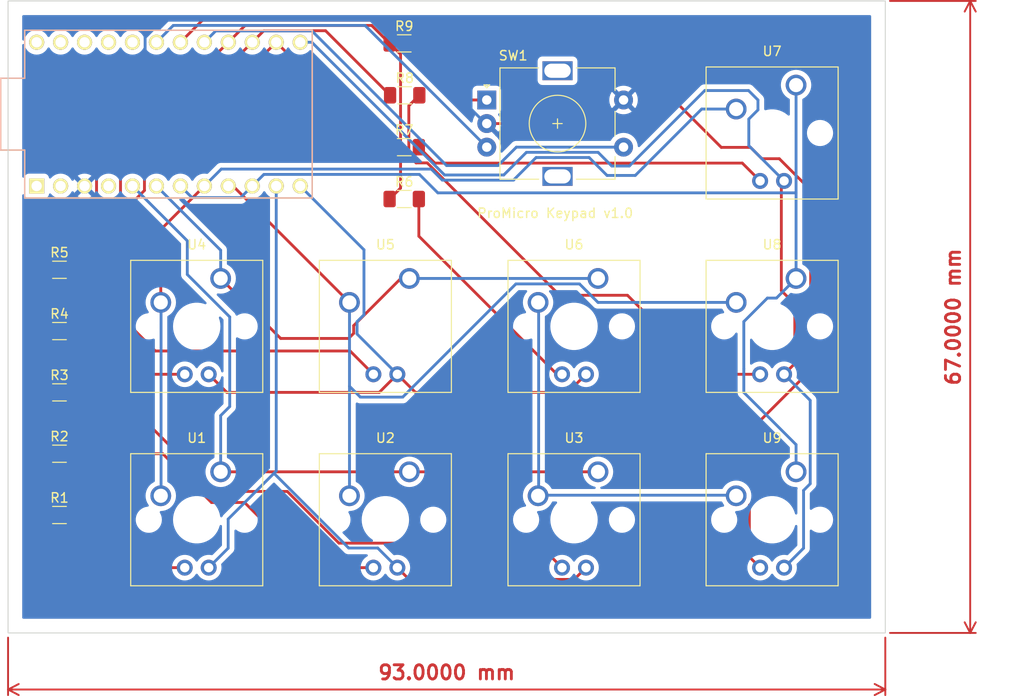
<source format=kicad_pcb>
(kicad_pcb (version 20210424) (generator pcbnew)
  (layers (0 "F.Cu" signal) (31 "B.Cu" signal) (34 "B.Paste" user) (35 "F.Paste" user) (36 "B.SilkS" user "B.Silkscreen") (37 "F.SilkS" user "F.Silkscreen") (38 "B.Mask" user) (39 "F.Mask" user) (44 "Edge.Cuts" user))
  (net 0 "")
  (net 1 "/LedC1")
  (net 2 "Net-(R1-Pad2)")
  (net 3 "/LedC2")
  (net 4 "Net-(R2-Pad2)")
  (net 5 "/LedC3")
  (net 6 "Net-(R3-Pad2)")
  (net 7 "Net-(R4-Pad2)")
  (net 8 "Net-(R5-Pad2)")
  (net 9 "Net-(R6-Pad2)")
  (net 10 "Net-(R7-Pad2)")
  (net 11 "Net-(R8-Pad2)")
  (net 12 "Net-(R9-Pad2)")
  (net 13 "/EncSw")
  (net 14 "GND")
  (net 15 "/EncB")
  (net 16 "/EncA")
  (net 17 "/SwC1")
  (net 18 "/SwR1")
  (net 19 "/LedR1")
  (net 20 "/SwC2")
  (net 21 "/SwC3")
  (net 22 "/SwR2")
  (net 23 "/LedR2")
  (net 24 "/SwR3")
  (net 25 "/LedR3")
  (footprint "Cherry MX Full:CherryMX_1.00u_PCB_LED" (layer "F.Cu") (at 141.5 71.5)
    (fp_text reference "U4" (at 0 -8.6625) (layer "F.SilkS"))
    (fp_text value "CherryMX_LED")
    (fp_line (start -7 -7) (end -7 7) (layer "F.SilkS") (width 0.12))
    (fp_line (start 7 -7) (end 7 7) (layer "F.SilkS") (width 0.12))
    (fp_line (start -7 -7) (end 7 -7) (layer "F.SilkS") (width 0.12))
    (fp_line (start 7 7) (end -7 7) (layer "F.SilkS") (width 0.12))
    (pad "" np_thru_hole circle locked (at -5.08 0) (size 1.75 1.75) (drill 1.75) (layers *.Cu *.Mask))
    (pad "" np_thru_hole circle locked (at 5.08 0) (size 1.75 1.75) (drill 1.75) (layers *.Cu *.Mask))
    (pad "" np_thru_hole circle locked (at 0 0) (size 4 4) (drill 4) (layers *.Cu *.Mask))
    (pad "1" thru_hole circle locked (at -3.81 -2.54) (size 2.2 2.2) (drill 1.5) (layers *.Cu *.Mask) (net 17 "/SwC1"))
    (pad "2" thru_hole circle locked (at 2.54 -5.08) (size 2.2 2.2) (drill 1.5) (layers *.Cu *.Mask) (net 22 "/SwR2"))
    (pad "3" thru_hole circle locked (at -1.27 5.08) (size 1.6906 1.6906) (drill 0.9906) (layers *.Cu *.Mask) (net 7 "Net-(R4-Pad2)"))
    (pad "4" thru_hole circle locked (at 1.27 5.08) (size 1.6906 1.6906) (drill 0.9906) (layers *.Cu *.Mask) (net 23 "/LedR2"))
  )
  (footprint "Cherry MX Full:CherryMX_1.00u_PCB_LED" (layer "F.Cu") (at 161.5 92)
    (fp_text reference "U2" (at 0 -8.6625) (layer "F.SilkS"))
    (fp_text value "CherryMX_LED")
    (fp_line (start -7 -7) (end -7 7) (layer "F.SilkS") (width 0.12))
    (fp_line (start 7 7) (end -7 7) (layer "F.SilkS") (width 0.12))
    (fp_line (start -7 -7) (end 7 -7) (layer "F.SilkS") (width 0.12))
    (fp_line (start 7 -7) (end 7 7) (layer "F.SilkS") (width 0.12))
    (pad "" np_thru_hole circle locked (at 0 0) (size 4 4) (drill 4) (layers *.Cu *.Mask))
    (pad "" np_thru_hole circle locked (at 5.08 0) (size 1.75 1.75) (drill 1.75) (layers *.Cu *.Mask))
    (pad "" np_thru_hole circle locked (at -5.08 0) (size 1.75 1.75) (drill 1.75) (layers *.Cu *.Mask))
    (pad "1" thru_hole circle locked (at -3.81 -2.54) (size 2.2 2.2) (drill 1.5) (layers *.Cu *.Mask) (net 20 "/SwC2"))
    (pad "2" thru_hole circle locked (at 2.54 -5.08) (size 2.2 2.2) (drill 1.5) (layers *.Cu *.Mask) (net 18 "/SwR1"))
    (pad "3" thru_hole circle locked (at -1.27 5.08) (size 1.6906 1.6906) (drill 0.9906) (layers *.Cu *.Mask) (net 4 "Net-(R2-Pad2)"))
    (pad "4" thru_hole circle locked (at 1.27 5.08) (size 1.6906 1.6906) (drill 0.9906) (layers *.Cu *.Mask) (net 19 "/LedR1"))
  )
  (footprint "Resistor_SMD:R_1206_3216Metric_Pad1.30x1.75mm_HandSolder" (layer "F.Cu") (at 163.55 47)
    (fp_text reference "R8" (at 0 -1.82) (layer "F.SilkS"))
    (fp_text value "150R")
    (fp_line (start -0.727064 -0.91) (end 0.727064 -0.91) (layer "F.SilkS") (width 0.12))
    (fp_line (start -0.727064 0.91) (end 0.727064 0.91) (layer "F.SilkS") (width 0.12))
    (pad "1" smd roundrect locked (at -1.55 0) (size 1.3 1.75) (layers "F.Cu" "F.Paste" "F.Mask") (roundrect_rratio 0.1923076923) (net 3 "/LedC2"))
    (pad "2" smd roundrect locked (at 1.55 0) (size 1.3 1.75) (layers "F.Cu" "F.Paste" "F.Mask") (roundrect_rratio 0.1923076923) (net 11 "Net-(R8-Pad2)"))
  )
  (footprint "Cherry MX Full:CherryMX_1.00u_PCB_LED" (layer "F.Cu") (at 181.5 92)
    (fp_text reference "U3" (at 0 -8.6625) (layer "F.SilkS"))
    (fp_text value "CherryMX_LED")
    (fp_line (start 7 7) (end -7 7) (layer "F.SilkS") (width 0.12))
    (fp_line (start -7 -7) (end 7 -7) (layer "F.SilkS") (width 0.12))
    (fp_line (start -7 -7) (end -7 7) (layer "F.SilkS") (width 0.12))
    (fp_line (start 7 -7) (end 7 7) (layer "F.SilkS") (width 0.12))
    (pad "" np_thru_hole circle locked (at 5.08 0) (size 1.75 1.75) (drill 1.75) (layers *.Cu *.Mask))
    (pad "" np_thru_hole circle locked (at -5.08 0) (size 1.75 1.75) (drill 1.75) (layers *.Cu *.Mask))
    (pad "" np_thru_hole circle locked (at 0 0) (size 4 4) (drill 4) (layers *.Cu *.Mask))
    (pad "1" thru_hole circle locked (at -3.81 -2.54) (size 2.2 2.2) (drill 1.5) (layers *.Cu *.Mask) (net 21 "/SwC3"))
    (pad "2" thru_hole circle locked (at 2.54 -5.08) (size 2.2 2.2) (drill 1.5) (layers *.Cu *.Mask) (net 18 "/SwR1"))
    (pad "3" thru_hole circle locked (at -1.27 5.08) (size 1.6906 1.6906) (drill 0.9906) (layers *.Cu *.Mask) (net 6 "Net-(R3-Pad2)"))
    (pad "4" thru_hole circle locked (at 1.27 5.08) (size 1.6906 1.6906) (drill 0.9906) (layers *.Cu *.Mask) (net 19 "/LedR1"))
  )
  (footprint "promicro:ProMicro" (layer "F.Cu") (at 138.5 49)
    (fp_text reference "U10" hide)
    (fp_text value "ProMicro")
    (fp_line (start 15.24 -8.89) (end 15.24 8.89) (layer "B.SilkS") (width 0.15))
    (fp_line (start -17.78 -3.81) (end -15.24 -3.81) (layer "B.SilkS") (width 0.15))
    (fp_line (start -15.24 3.81) (end -17.78 3.81) (layer "B.SilkS") (width 0.15))
    (fp_line (start -17.78 3.81) (end -17.78 -3.81) (layer "B.SilkS") (width 0.15))
    (fp_line (start 15.24 8.89) (end -15.24 8.89) (layer "B.SilkS") (width 0.15))
    (fp_line (start -15.24 8.89) (end -15.24 3.81) (layer "B.SilkS") (width 0.15))
    (fp_line (start -15.24 -8.89) (end 15.24 -8.89) (layer "B.SilkS") (width 0.15))
    (fp_line (start -15.24 -3.81) (end -15.24 -8.89) (layer "B.SilkS") (width 0.15))
    (fp_line (start 15.24 -8.89) (end 15.24 8.89) (layer "F.SilkS") (width 0.15))
    (fp_line (start -15.24 8.89) (end -15.24 3.81) (layer "F.SilkS") (width 0.15))
    (fp_line (start -15.24 -8.89) (end 15.24 -8.89) (layer "F.SilkS") (width 0.15))
    (fp_line (start -17.78 3.81) (end -17.78 -3.81) (layer "F.SilkS") (width 0.15))
    (fp_line (start -17.78 -3.81) (end -15.24 -3.81) (layer "F.SilkS") (width 0.15))
    (fp_line (start -15.24 8.89) (end 15.24 8.89) (layer "F.SilkS") (width 0.15))
    (fp_line (start -15.24 -3.81) (end -15.24 -8.89) (layer "F.SilkS") (width 0.15))
    (fp_line (start -15.24 3.81) (end -17.78 3.81) (layer "F.SilkS") (width 0.15))
    (pad "1" thru_hole rect locked (at -13.97 7.62) (size 1.6 1.6) (drill 1.1) (layers *.Cu *.Mask "F.SilkS"))
    (pad "2" thru_hole circle locked (at -11.43 7.62) (size 1.6 1.6) (drill 1.1) (layers *.Cu *.Mask "F.SilkS"))
    (pad "3" thru_hole circle locked (at -8.89 7.62) (size 1.6 1.6) (drill 1.1) (layers *.Cu *.Mask "F.SilkS") (net 14 "GND"))
    (pad "4" thru_hole circle locked (at -6.35 7.62) (size 1.6 1.6) (drill 1.1) (layers *.Cu *.Mask "F.SilkS"))
    (pad "5" thru_hole circle locked (at -3.81 7.62) (size 1.6 1.6) (drill 1.1) (layers *.Cu *.Mask "F.SilkS") (net 18 "/SwR1"))
    (pad "6" thru_hole circle locked (at -1.27 7.62) (size 1.6 1.6) (drill 1.1) (layers *.Cu *.Mask "F.SilkS") (net 22 "/SwR2"))
    (pad "7" thru_hole circle locked (at 1.27 7.62) (size 1.6 1.6) (drill 1.1) (layers *.Cu *.Mask "F.SilkS") (net 24 "/SwR3"))
    (pad "8" thru_hole circle locked (at 3.81 7.62) (size 1.6 1.6) (drill 1.1) (layers *.Cu *.Mask "F.SilkS") (net 17 "/SwC1"))
    (pad "9" thru_hole circle locked (at 6.35 7.62) (size 1.6 1.6) (drill 1.1) (layers *.Cu *.Mask "F.SilkS") (net 20 "/SwC2"))
    (pad "10" thru_hole circle locked (at 8.89 7.62) (size 1.6 1.6) (drill 1.1) (layers *.Cu *.Mask "F.SilkS") (net 24 "/SwR3"))
    (pad "11" thru_hole circle locked (at 11.43 7.62) (size 1.6 1.6) (drill 1.1) (layers *.Cu *.Mask "F.SilkS") (net 19 "/LedR1"))
    (pad "12" thru_hole circle locked (at 13.97 7.62) (size 1.6 1.6) (drill 1.1) (layers *.Cu *.Mask "F.SilkS") (net 23 "/LedR2"))
    (pad "13" thru_hole circle locked (at 13.97 -7.62) (size 1.6 1.6) (drill 1.1) (layers *.Cu *.Mask "F.SilkS") (net 25 "/LedR3"))
    (pad "14" thru_hole circle locked (at 11.43 -7.62) (size 1.6 1.6) (drill 1.1) (layers *.Cu *.Mask "F.SilkS") (net 1 "/LedC1"))
    (pad "15" thru_hole circle locked (at 8.89 -7.62) (size 1.6 1.6) (drill 1.1) (layers *.Cu *.Mask "F.SilkS") (net 3 "/LedC2"))
    (pad "16" thru_hole circle locked (at 6.35 -7.62) (size 1.6 1.6) (drill 1.1) (layers *.Cu *.Mask "F.SilkS") (net 5 "/LedC3"))
    (pad "17" thru_hole circle locked (at 3.81 -7.62) (size 1.6 1.6) (drill 1.1) (layers *.Cu *.Mask "F.SilkS") (net 13 "/EncSw"))
    (pad "18" thru_hole circle locked (at 1.27 -7.62) (size 1.6 1.6) (drill 1.1) (layers *.Cu *.Mask "F.SilkS") (net 16 "/EncA"))
    (pad "19" thru_hole circle locked (at -1.27 -7.62) (size 1.6 1.6) (drill 1.1) (layers *.Cu *.Mask "F.SilkS") (net 15 "/EncB"))
    (pad "20" thru_hole circle locked (at -3.81 -7.62) (size 1.6 1.6) (drill 1.1) (layers *.Cu *.Mask "F.SilkS"))
    (pad "21" thru_hole circle locked (at -6.35 -7.62) (size 1.6 1.6) (drill 1.1) (layers *.Cu *.Mask "F.SilkS"))
    (pad "22" thru_hole circle locked (at -8.89 -7.62) (size 1.6 1.6) (drill 1.1) (layers *.Cu *.Mask "F.SilkS"))
    (pad "23" thru_hole circle locked (at -11.43 -7.62) (size 1.6 1.6) (drill 1.1) (layers *.Cu *.Mask "F.SilkS"))
    (pad "24" thru_hole circle locked (at -13.97 -7.62) (size 1.6 1.6) (drill 1.1) (layers *.Cu *.Mask "F.SilkS"))
  )
  (footprint "Resistor_SMD:R_1206_3216Metric_Pad1.30x1.75mm_HandSolder" (layer "F.Cu") (at 126.95 91.5)
    (fp_text reference "R1" (at 0 -1.82) (layer "F.SilkS"))
    (fp_text value "150R")
    (fp_line (start -0.727064 0.91) (end 0.727064 0.91) (layer "F.SilkS") (width 0.12))
    (fp_line (start -0.727064 -0.91) (end 0.727064 -0.91) (layer "F.SilkS") (width 0.12))
    (pad "1" smd roundrect locked (at -1.55 0) (size 1.3 1.75) (layers "F.Cu" "F.Paste" "F.Mask") (roundrect_rratio 0.1923076923) (net 1 "/LedC1"))
    (pad "2" smd roundrect locked (at 1.55 0) (size 1.3 1.75) (layers "F.Cu" "F.Paste" "F.Mask") (roundrect_rratio 0.1923076923) (net 2 "Net-(R1-Pad2)"))
  )
  (footprint "Resistor_SMD:R_1206_3216Metric_Pad1.30x1.75mm_HandSolder" (layer "F.Cu") (at 126.95 65.5)
    (fp_text reference "R5" (at 0 -1.82) (layer "F.SilkS"))
    (fp_text value "150R")
    (fp_line (start -0.727064 -0.91) (end 0.727064 -0.91) (layer "F.SilkS") (width 0.12))
    (fp_line (start -0.727064 0.91) (end 0.727064 0.91) (layer "F.SilkS") (width 0.12))
    (pad "1" smd roundrect locked (at -1.55 0) (size 1.3 1.75) (layers "F.Cu" "F.Paste" "F.Mask") (roundrect_rratio 0.1923076923) (net 3 "/LedC2"))
    (pad "2" smd roundrect locked (at 1.55 0) (size 1.3 1.75) (layers "F.Cu" "F.Paste" "F.Mask") (roundrect_rratio 0.1923076923) (net 8 "Net-(R5-Pad2)"))
  )
  (footprint "Resistor_SMD:R_1206_3216Metric_Pad1.30x1.75mm_HandSolder" (layer "F.Cu") (at 163.5 41.5)
    (fp_text reference "R9" (at 0 -1.82) (layer "F.SilkS"))
    (fp_text value "150R")
    (fp_line (start -0.727064 -0.91) (end 0.727064 -0.91) (layer "F.SilkS") (width 0.12))
    (fp_line (start -0.727064 0.91) (end 0.727064 0.91) (layer "F.SilkS") (width 0.12))
    (pad "1" smd roundrect locked (at -1.55 0) (size 1.3 1.75) (layers "F.Cu" "F.Paste" "F.Mask") (roundrect_rratio 0.1923076923) (net 5 "/LedC3"))
    (pad "2" smd roundrect locked (at 1.55 0) (size 1.3 1.75) (layers "F.Cu" "F.Paste" "F.Mask") (roundrect_rratio 0.1923076923) (net 12 "Net-(R9-Pad2)"))
  )
  (footprint "Cherry MX Full:CherryMX_1.00u_PCB_LED" (layer "F.Cu") (at 141.5 92)
    (fp_text reference "U1" (at 0 -8.6625) (layer "F.SilkS"))
    (fp_text value "CherryMX_LED")
    (fp_line (start 7 7) (end -7 7) (layer "F.SilkS") (width 0.12))
    (fp_line (start 7 -7) (end 7 7) (layer "F.SilkS") (width 0.12))
    (fp_line (start -7 -7) (end -7 7) (layer "F.SilkS") (width 0.12))
    (fp_line (start -7 -7) (end 7 -7) (layer "F.SilkS") (width 0.12))
    (pad "" np_thru_hole circle locked (at 0 0) (size 4 4) (drill 4) (layers *.Cu *.Mask))
    (pad "" np_thru_hole circle locked (at 5.08 0) (size 1.75 1.75) (drill 1.75) (layers *.Cu *.Mask))
    (pad "" np_thru_hole circle locked (at -5.08 0) (size 1.75 1.75) (drill 1.75) (layers *.Cu *.Mask))
    (pad "1" thru_hole circle locked (at -3.81 -2.54) (size 2.2 2.2) (drill 1.5) (layers *.Cu *.Mask) (net 17 "/SwC1"))
    (pad "2" thru_hole circle locked (at 2.54 -5.08) (size 2.2 2.2) (drill 1.5) (layers *.Cu *.Mask) (net 18 "/SwR1"))
    (pad "3" thru_hole circle locked (at -1.27 5.08) (size 1.6906 1.6906) (drill 0.9906) (layers *.Cu *.Mask) (net 2 "Net-(R1-Pad2)"))
    (pad "4" thru_hole circle locked (at 1.27 5.08) (size 1.6906 1.6906) (drill 0.9906) (layers *.Cu *.Mask) (net 19 "/LedR1"))
  )
  (footprint "Resistor_SMD:R_1206_3216Metric_Pad1.30x1.75mm_HandSolder" (layer "F.Cu") (at 163.5 52.5)
    (fp_text reference "R7" (at 0 -1.82) (layer "F.SilkS"))
    (fp_text value "150R")
    (fp_line (start -0.727064 -0.91) (end 0.727064 -0.91) (layer "F.SilkS") (width 0.12))
    (fp_line (start -0.727064 0.91) (end 0.727064 0.91) (layer "F.SilkS") (width 0.12))
    (pad "1" smd roundrect locked (at -1.55 0) (size 1.3 1.75) (layers "F.Cu" "F.Paste" "F.Mask") (roundrect_rratio 0.1923076923) (net 1 "/LedC1"))
    (pad "2" smd roundrect locked (at 1.55 0) (size 1.3 1.75) (layers "F.Cu" "F.Paste" "F.Mask") (roundrect_rratio 0.1923076923) (net 10 "Net-(R7-Pad2)"))
  )
  (footprint "Cherry MX Full:CherryMX_1.00u_PCB_LED" (layer "F.Cu") (at 161.5 71.5)
    (fp_text reference "U5" (at 0 -8.6625) (layer "F.SilkS"))
    (fp_text value "CherryMX_LED")
    (fp_line (start 7 -7) (end 7 7) (layer "F.SilkS") (width 0.12))
    (fp_line (start -7 -7) (end -7 7) (layer "F.SilkS") (width 0.12))
    (fp_line (start -7 -7) (end 7 -7) (layer "F.SilkS") (width 0.12))
    (fp_line (start 7 7) (end -7 7) (layer "F.SilkS") (width 0.12))
    (pad "" np_thru_hole circle locked (at 5.08 0) (size 1.75 1.75) (drill 1.75) (layers *.Cu *.Mask))
    (pad "" np_thru_hole circle locked (at 0 0) (size 4 4) (drill 4) (layers *.Cu *.Mask))
    (pad "" np_thru_hole circle locked (at -5.08 0) (size 1.75 1.75) (drill 1.75) (layers *.Cu *.Mask))
    (pad "1" thru_hole circle locked (at -3.81 -2.54) (size 2.2 2.2) (drill 1.5) (layers *.Cu *.Mask) (net 20 "/SwC2"))
    (pad "2" thru_hole circle locked (at 2.54 -5.08) (size 2.2 2.2) (drill 1.5) (layers *.Cu *.Mask) (net 22 "/SwR2"))
    (pad "3" thru_hole circle locked (at -1.27 5.08) (size 1.6906 1.6906) (drill 0.9906) (layers *.Cu *.Mask) (net 8 "Net-(R5-Pad2)"))
    (pad "4" thru_hole circle locked (at 1.27 5.08) (size 1.6906 1.6906) (drill 0.9906) (layers *.Cu *.Mask) (net 23 "/LedR2"))
  )
  (footprint "Cherry MX Full:CherryMX_1.00u_PCB_LED" (layer "F.Cu") (at 202.5 71.5)
    (fp_text reference "U8" (at 0 -8.6625) (layer "F.SilkS"))
    (fp_text value "CherryMX_LED")
    (fp_line (start -7 -7) (end 7 -7) (layer "F.SilkS") (width 0.12))
    (fp_line (start -7 -7) (end -7 7) (layer "F.SilkS") (width 0.12))
    (fp_line (start 7 7) (end -7 7) (layer "F.SilkS") (width 0.12))
    (fp_line (start 7 -7) (end 7 7) (layer "F.SilkS") (width 0.12))
    (pad "" np_thru_hole circle locked (at -5.08 0) (size 1.75 1.75) (drill 1.75) (layers *.Cu *.Mask))
    (pad "" np_thru_hole circle locked (at 0 0) (size 4 4) (drill 4) (layers *.Cu *.Mask))
    (pad "" np_thru_hole circle locked (at 5.08 0) (size 1.75 1.75) (drill 1.75) (layers *.Cu *.Mask))
    (pad "1" thru_hole circle locked (at -3.81 -2.54) (size 2.2 2.2) (drill 1.5) (layers *.Cu *.Mask) (net 20 "/SwC2"))
    (pad "2" thru_hole circle locked (at 2.54 -5.08) (size 2.2 2.2) (drill 1.5) (layers *.Cu *.Mask) (net 24 "/SwR3"))
    (pad "3" thru_hole circle locked (at -1.27 5.08) (size 1.6906 1.6906) (drill 0.9906) (layers *.Cu *.Mask) (net 11 "Net-(R8-Pad2)"))
    (pad "4" thru_hole circle locked (at 1.27 5.08) (size 1.6906 1.6906) (drill 0.9906) (layers *.Cu *.Mask) (net 25 "/LedR3"))
  )
  (footprint "Cherry MX Full:CherryMX_1.00u_PCB_LED" (layer "F.Cu") (at 202.5 92)
    (fp_text reference "U9" (at 0 -8.6625) (layer "F.SilkS"))
    (fp_text value "CherryMX_LED")
    (fp_line (start -7 -7) (end -7 7) (layer "F.SilkS") (width 0.12))
    (fp_line (start 7 7) (end -7 7) (layer "F.SilkS") (width 0.12))
    (fp_line (start 7 -7) (end 7 7) (layer "F.SilkS") (width 0.12))
    (fp_line (start -7 -7) (end 7 -7) (layer "F.SilkS") (width 0.12))
    (pad "" np_thru_hole circle locked (at 0 0) (size 4 4) (drill 4) (layers *.Cu *.Mask))
    (pad "" np_thru_hole circle locked (at 5.08 0) (size 1.75 1.75) (drill 1.75) (layers *.Cu *.Mask))
    (pad "" np_thru_hole circle locked (at -5.08 0) (size 1.75 1.75) (drill 1.75) (layers *.Cu *.Mask))
    (pad "1" thru_hole circle locked (at -3.81 -2.54) (size 2.2 2.2) (drill 1.5) (layers *.Cu *.Mask) (net 21 "/SwC3"))
    (pad "2" thru_hole circle locked (at 2.54 -5.08) (size 2.2 2.2) (drill 1.5) (layers *.Cu *.Mask) (net 24 "/SwR3"))
    (pad "3" thru_hole circle locked (at -1.27 5.08) (size 1.6906 1.6906) (drill 0.9906) (layers *.Cu *.Mask) (net 12 "Net-(R9-Pad2)"))
    (pad "4" thru_hole circle locked (at 1.27 5.08) (size 1.6906 1.6906) (drill 0.9906) (layers *.Cu *.Mask) (net 25 "/LedR3"))
  )
  (footprint "Cherry MX Full:CherryMX_1.00u_PCB_LED" (layer "F.Cu") (at 202.5 51)
    (fp_text reference "U7" (at 0 -8.6625) (layer "F.SilkS"))
    (fp_text value "CherryMX_LED")
    (fp_line (start 7 7) (end -7 7) (layer "F.SilkS") (width 0.12))
    (fp_line (start -7 -7) (end -7 7) (layer "F.SilkS") (width 0.12))
    (fp_line (start 7 -7) (end 7 7) (layer "F.SilkS") (width 0.12))
    (fp_line (start -7 -7) (end 7 -7) (layer "F.SilkS") (width 0.12))
    (pad "" np_thru_hole circle locked (at 0 0) (size 4 4) (drill 4) (layers *.Cu *.Mask))
    (pad "" np_thru_hole circle locked (at -5.08 0) (size 1.75 1.75) (drill 1.75) (layers *.Cu *.Mask))
    (pad "" np_thru_hole circle locked (at 5.08 0) (size 1.75 1.75) (drill 1.75) (layers *.Cu *.Mask))
    (pad "1" thru_hole circle locked (at -3.81 -2.54) (size 2.2 2.2) (drill 1.5) (layers *.Cu *.Mask) (net 17 "/SwC1"))
    (pad "2" thru_hole circle locked (at 2.54 -5.08) (size 2.2 2.2) (drill 1.5) (layers *.Cu *.Mask) (net 24 "/SwR3"))
    (pad "3" thru_hole circle locked (at -1.27 5.08) (size 1.6906 1.6906) (drill 0.9906) (layers *.Cu *.Mask) (net 10 "Net-(R7-Pad2)"))
    (pad "4" thru_hole circle locked (at 1.27 5.08) (size 1.6906 1.6906) (drill 0.9906) (layers *.Cu *.Mask) (net 25 "/LedR3"))
  )
  (footprint "Rotary_Encoder:RotaryEncoder_Alps_EC11E-Switch_Vertical_H20mm" (layer "F.Cu") (at 172.25 47.5)
    (fp_text reference "SW1" (at 2.8 -4.7) (layer "F.SilkS"))
    (fp_text value "RotaryEncoder_Switch")
    (fp_line (start 1.4 -3.4) (end 1.4 8.4) (layer "F.SilkS") (width 0.12))
    (fp_line (start 13.6 6) (end 13.6 8.4) (layer "F.SilkS") (width 0.12))
    (fp_line (start 5.5 -3.4) (end 1.4 -3.4) (layer "F.SilkS") (width 0.12))
    (fp_line (start 13.6 1.2) (end 13.6 3.8) (layer "F.SilkS") (width 0.12))
    (fp_line (start 5.5 8.4) (end 1.4 8.4) (layer "F.SilkS") (width 0.12))
    (fp_line (start 13.6 8.4) (end 9.5 8.4) (layer "F.SilkS") (width 0.12))
    (fp_line (start 0 -1.3) (end -0.3 -1.6) (layer "F.SilkS") (width 0.12))
    (fp_line (start -0.3 -1.6) (end 0.3 -1.6) (layer "F.SilkS") (width 0.12))
    (fp_line (start 9.5 -3.4) (end 13.6 -3.4) (layer "F.SilkS") (width 0.12))
    (fp_line (start 13.6 -3.4) (end 13.6 -1) (layer "F.SilkS") (width 0.12))
    (fp_line (start 7 2.5) (end 8 2.5) (layer "F.SilkS") (width 0.12))
    (fp_line (start 7.5 2) (end 7.5 3) (layer "F.SilkS") (width 0.12))
    (fp_line (start 0.3 -1.6) (end 0 -1.3) (layer "F.SilkS") (width 0.12))
    (fp_circle (center 7.5 2.5) (end 10.5 2.5) (layer "F.SilkS") (width 0.12) (fill none))
    (pad "A" thru_hole rect locked (at 0 0) (size 2 2) (drill 1) (layers *.Cu *.Mask) (net 16 "/EncA"))
    (pad "B" thru_hole circle locked (at 0 5) (size 2 2) (drill 1) (layers *.Cu *.Mask) (net 15 "/EncB"))
    (pad "C" thru_hole circle locked (at 0 2.5) (size 2 2) (drill 1) (layers *.Cu *.Mask) (net 14 "GND"))
    (pad "MP" thru_hole rect locked (at 7.5 8.1) (size 3.2 2) (drill oval 2.8 1.5) (layers *.Cu *.Mask))
    (pad "MP" thru_hole rect locked (at 7.5 -3.1) (size 3.2 2) (drill oval 2.8 1.5) (layers *.Cu *.Mask))
    (pad "S1" thru_hole circle locked (at 14.5 5) (size 2 2) (drill 1) (layers *.Cu *.Mask) (net 13 "/EncSw"))
    (pad "S2" thru_hole circle locked (at 14.5 0) (size 2 2) (drill 1) (layers *.Cu *.Mask) (net 14 "GND"))
  )
  (footprint "Cherry MX Full:CherryMX_1.00u_PCB_LED" (layer "F.Cu") (at 181.5 71.5)
    (fp_text reference "U6" (at 0 -8.6625) (layer "F.SilkS"))
    (fp_text value "CherryMX_LED")
    (fp_line (start 7 7) (end -7 7) (layer "F.SilkS") (width 0.12))
    (fp_line (start -7 -7) (end -7 7) (layer "F.SilkS") (width 0.12))
    (fp_line (start -7 -7) (end 7 -7) (layer "F.SilkS") (width 0.12))
    (fp_line (start 7 -7) (end 7 7) (layer "F.SilkS") (width 0.12))
    (pad "" np_thru_hole circle locked (at -5.08 0) (size 1.75 1.75) (drill 1.75) (layers *.Cu *.Mask))
    (pad "" np_thru_hole circle locked (at 5.08 0) (size 1.75 1.75) (drill 1.75) (layers *.Cu *.Mask))
    (pad "" np_thru_hole circle locked (at 0 0) (size 4 4) (drill 4) (layers *.Cu *.Mask))
    (pad "1" thru_hole circle locked (at -3.81 -2.54) (size 2.2 2.2) (drill 1.5) (layers *.Cu *.Mask) (net 21 "/SwC3"))
    (pad "2" thru_hole circle locked (at 2.54 -5.08) (size 2.2 2.2) (drill 1.5) (layers *.Cu *.Mask) (net 22 "/SwR2"))
    (pad "3" thru_hole circle locked (at -1.27 5.08) (size 1.6906 1.6906) (drill 0.9906) (layers *.Cu *.Mask) (net 9 "Net-(R6-Pad2)"))
    (pad "4" thru_hole circle locked (at 1.27 5.08) (size 1.6906 1.6906) (drill 0.9906) (layers *.Cu *.Mask) (net 23 "/LedR2"))
  )
  (footprint "Resistor_SMD:R_1206_3216Metric_Pad1.30x1.75mm_HandSolder" (layer "F.Cu") (at 126.95 72)
    (fp_text reference "R4" (at 0 -1.82) (layer "F.SilkS"))
    (fp_text value "150R")
    (fp_line (start -0.727064 -0.91) (end 0.727064 -0.91) (layer "F.SilkS") (width 0.12))
    (fp_line (start -0.727064 0.91) (end 0.727064 0.91) (layer "F.SilkS") (width 0.12))
    (pad "1" smd roundrect locked (at -1.55 0) (size 1.3 1.75) (layers "F.Cu" "F.Paste" "F.Mask") (roundrect_rratio 0.1923076923) (net 1 "/LedC1"))
    (pad "2" smd roundrect locked (at 1.55 0) (size 1.3 1.75) (layers "F.Cu" "F.Paste" "F.Mask") (roundrect_rratio 0.1923076923) (net 7 "Net-(R4-Pad2)"))
  )
  (footprint "Resistor_SMD:R_1206_3216Metric_Pad1.30x1.75mm_HandSolder" (layer "F.Cu") (at 126.95 85)
    (fp_text reference "R2" (at 0 -1.82) (layer "F.SilkS"))
    (fp_text value "150R")
    (fp_line (start -0.727064 -0.91) (end 0.727064 -0.91) (layer "F.SilkS") (width 0.12))
    (fp_line (start -0.727064 0.91) (end 0.727064 0.91) (layer "F.SilkS") (width 0.12))
    (pad "1" smd roundrect locked (at -1.55 0) (size 1.3 1.75) (layers "F.Cu" "F.Paste" "F.Mask") (roundrect_rratio 0.1923076923) (net 3 "/LedC2"))
    (pad "2" smd roundrect locked (at 1.55 0) (size 1.3 1.75) (layers "F.Cu" "F.Paste" "F.Mask") (roundrect_rratio 0.1923076923) (net 4 "Net-(R2-Pad2)"))
  )
  (footprint "Resistor_SMD:R_1206_3216Metric_Pad1.30x1.75mm_HandSolder" (layer "F.Cu") (at 163.5 58)
    (fp_text reference "R6" (at 0 -1.82) (layer "F.SilkS"))
    (fp_text value "150R")
    (fp_line (start -0.727064 0.91) (end 0.727064 0.91) (layer "F.SilkS") (width 0.12))
    (fp_line (start -0.727064 -0.91) (end 0.727064 -0.91) (layer "F.SilkS") (width 0.12))
    (pad "1" smd roundrect locked (at -1.55 0) (size 1.3 1.75) (layers "F.Cu" "F.Paste" "F.Mask") (roundrect_rratio 0.1923076923) (net 5 "/LedC3"))
    (pad "2" smd roundrect locked (at 1.55 0) (size 1.3 1.75) (layers "F.Cu" "F.Paste" "F.Mask") (roundrect_rratio 0.1923076923) (net 9 "Net-(R6-Pad2)"))
  )
  (footprint "Resistor_SMD:R_1206_3216Metric_Pad1.30x1.75mm_HandSolder" (layer "F.Cu") (at 126.95 78.5)
    (fp_text reference "R3" (at 0 -1.82) (layer "F.SilkS"))
    (fp_text value "150R")
    (fp_line (start -0.727064 -0.91) (end 0.727064 -0.91) (layer "F.SilkS") (width 0.12))
    (fp_line (start -0.727064 0.91) (end 0.727064 0.91) (layer "F.SilkS") (width 0.12))
    (pad "1" smd roundrect locked (at -1.55 0) (size 1.3 1.75) (layers "F.Cu" "F.Paste" "F.Mask") (roundrect_rratio 0.1923076923) (net 5 "/LedC3"))
    (pad "2" smd roundrect locked (at 1.55 0) (size 1.3 1.75) (layers "F.Cu" "F.Paste" "F.Mask") (roundrect_rratio 0.1923076923) (net 6 "Net-(R3-Pad2)"))
  )
  (gr_rect (start 121.5 37) (end 214.5 104) (layer "Edge.Cuts") (width 0.1) (fill none))
  (gr_text "ProMicro Keypad v1.0" (at 179.5 59.5) (layer "F.SilkS") (effects (font (size 1 1))))
  (dimension (type aligned) (layer "F.Cu") (pts (xy 214.5 37) (xy 214.5 104)) (height -9) (gr_text "67.0000 mm" (at 221.7 70.5 90) (layer "F.Cu") (effects (font (size 1.5 1.5) (thickness 0.3)))) (format (units 3) (units_format 1) (precision 4)) (style (thickness 0.2) (arrow_length 1.27) (text_position_mode 0) (extension_height 0.58642) (extension_offset 0.5) keep_text_aligned))
  (dimension (type aligned) (layer "F.Cu") (pts (xy 121.5 104) (xy 214.5 104)) (height 6) (gr_text "93.0000 mm" (at 168 108.2) (layer "F.Cu") (effects (font (size 1.5 1.5) (thickness 0.3)))) (format (units 3) (units_format 1) (precision 4)) (style (thickness 0.2) (arrow_length 1.27) (text_position_mode 0) (extension_height 0.58642) (extension_offset 0.5) keep_text_aligned))
  (segment (start 125.4 72) (end 127.0123 73.6123) (width 0.3) (layer "F.Cu") (net 1))
  (segment (start 129.3127 63.7379) (end 135.96 57.0906) (width 0.3) (layer "F.Cu") (net 1))
  (segment (start 127.0123 89.8877) (end 125.4 91.5) (width 0.3) (layer "F.Cu") (net 1))
  (segment (start 125.4 72) (end 127.3673 70.0327) (width 0.3) (layer "F.Cu") (net 1))
  (segment (start 127.0123 73.6123) (end 127.0123 89.8877) (width 0.3) (layer "F.Cu") (net 1))
  (segment (start 127.3673 70.0327) (end 127.3673 64.6828) (width 0.3) (layer "F.Cu") (net 1))
  (segment (start 135.96 55.35) (end 149.93 41.38) (width 0.3) (layer "F.Cu") (net 1))
  (segment (start 127.3673 64.6828) (end 128.3122 63.7379) (width 0.3) (layer "F.Cu") (net 1))
  (segment (start 135.96 57.0906) (end 135.96 55.35) (width 0.3) (layer "F.Cu") (net 1))
  (segment (start 161.05 52.5) (end 149.93 41.38) (width 0.3) (layer "F.Cu") (net 1))
  (segment (start 161.95 52.5) (end 161.05 52.5) (width 0.3) (layer "F.Cu") (net 1))
  (segment (start 128.3122 63.7379) (end 129.3127 63.7379) (width 0.3) (layer "F.Cu") (net 1))
  (segment (start 134.08 97.08) (end 128.5 91.5) (width 0.3) (layer "F.Cu") (net 2))
  (segment (start 140.23 97.08) (end 134.08 97.08) (width 0.3) (layer "F.Cu") (net 2))
  (segment (start 155.1566 40.1566) (end 162 47) (width 0.3) (layer "F.Cu") (net 3))
  (segment (start 148.6134 40.1566) (end 155.1566 40.1566) (width 0.3) (layer "F.Cu") (net 3))
  (segment (start 147.39 41.38) (end 148.6134 40.1566) (width 0.3) (layer "F.Cu") (net 3))
  (segment (start 133.42 55.35) (end 147.39 41.38) (width 0.3) (layer "F.Cu") (net 3))
  (segment (start 124.3006 75.0097) (end 124.3006 66.5994) (width 0.3) (layer "F.Cu") (net 3))
  (segment (start 133.42 57.48) (end 133.42 55.35) (width 0.3) (layer "F.Cu") (net 3))
  (segment (start 125.4 85) (end 126.4567 83.9433) (width 0.3) (layer "F.Cu") (net 3))
  (segment (start 124.3006 66.5994) (end 125.4 65.5) (width 0.3) (layer "F.Cu") (net 3))
  (segment (start 126.4567 77.1658) (end 124.3006 75.0097) (width 0.3) (layer "F.Cu") (net 3))
  (segment (start 126.4567 83.9433) (end 126.4567 77.1658) (width 0.3) (layer "F.Cu") (net 3))
  (segment (start 125.4 65.5) (end 133.42 57.48) (width 0.3) (layer "F.Cu") (net 3))
  (segment (start 143.0647 90.17) (end 146.5717 90.17) (width 0.3) (layer "F.Cu") (net 4))
  (segment (start 146.5717 90.17) (end 153.4817 97.08) (width 0.3) (layer "F.Cu") (net 4))
  (segment (start 137.8947 85) (end 143.0647 90.17) (width 0.3) (layer "F.Cu") (net 4))
  (segment (start 128.5 85) (end 137.8947 85) (width 0.3) (layer "F.Cu") (net 4))
  (segment (start 153.4817 97.08) (end 160.23 97.08) (width 0.3) (layer "F.Cu") (net 4))
  (segment (start 161.95 41.5) (end 163.1106 42.6606) (width 0.3) (layer "F.Cu") (net 5))
  (segment (start 146.6324 39.5976) (end 160.0476 39.5976) (width 0.3) (layer "F.Cu") (net 5))
  (segment (start 163.1106 56.8394) (end 161.95 58) (width 0.3) (layer "F.Cu") (net 5))
  (segment (start 123.7021 65.2125) (end 130.88 58.0346) (width 0.3) (layer "F.Cu") (net 5))
  (segment (start 144.85 41.38) (end 146.6324 39.5976) (width 0.3) (layer "F.Cu") (net 5))
  (segment (start 163.1106 42.6606) (end 163.1106 56.8394) (width 0.3) (layer "F.Cu") (net 5))
  (segment (start 160.0476 39.5976) (end 161.95 41.5) (width 0.3) (layer "F.Cu") (net 5))
  (segment (start 125.4 78.5) (end 123.7021 76.8021) (width 0.3) (layer "F.Cu") (net 5))
  (segment (start 123.7021 76.8021) (end 123.7021 65.2125) (width 0.3) (layer "F.Cu") (net 5))
  (segment (start 130.88 55.35) (end 144.85 41.38) (width 0.3) (layer "F.Cu") (net 5))
  (segment (start 130.88 58.0346) (end 130.88 55.35) (width 0.3) (layer "F.Cu") (net 5))
  (segment (start 156.5825 94.4831) (end 151.0994 89) (width 0.3) (layer "F.Cu") (net 6))
  (segment (start 180.23 97.08) (end 177.6331 94.4831) (width 0.3) (layer "F.Cu") (net 6))
  (segment (start 132.99915 78.5) (end 128.5 78.5) (width 0.3) (layer "F.Cu") (net 6))
  (segment (start 151.0994 89) (end 143.49915 89) (width 0.3) (layer "F.Cu") (net 6))
  (segment (start 177.6331 94.4831) (end 156.5825 94.4831) (width 0.3) (layer "F.Cu") (net 6))
  (segment (start 143.49915 89) (end 132.99915 78.5) (width 0.3) (layer "F.Cu") (net 6))
  (segment (start 133.08 76.58) (end 140.23 76.58) (width 0.3) (layer "F.Cu") (net 7))
  (segment (start 128.5 72) (end 133.08 76.58) (width 0.3) (layer "F.Cu") (net 7))
  (segment (start 160.23 76.58) (end 157.7595 74.1095) (width 0.3) (layer "F.Cu") (net 8))
  (segment (start 157.7595 74.1095) (end 137.1095 74.1095) (width 0.3) (layer "F.Cu") (net 8))
  (segment (start 137.1095 74.1095) (end 128.5 65.5) (width 0.3) (layer "F.Cu") (net 8))
  (segment (start 165.05 58) (end 165.05 61.9381) (width 0.3) (layer "F.Cu") (net 9))
  (segment (start 165.05 61.9381) (end 179.6919 76.58) (width 0.3) (layer "F.Cu") (net 9))
  (segment (start 179.6919 76.58) (end 180.23 76.58) (width 0.3) (layer "F.Cu") (net 9))
  (segment (start 199.3412 54.1912) (end 201.23 56.08) (width 0.3) (layer "F.Cu") (net 10))
  (segment (start 166.7412 54.1912) (end 199.3412 54.1912) (width 0.3) (layer "F.Cu") (net 10))
  (segment (start 165.05 52.5) (end 166.7412 54.1912) (width 0.3) (layer "F.Cu") (net 10))
  (segment (start 163.9869 48.1131) (end 165.1 47) (width 0.3) (layer "F.Cu") (net 11))
  (segment (start 201.23 76.58) (end 195.5433 76.58) (width 0.3) (layer "F.Cu") (net 11))
  (segment (start 163.9869 53.3964) (end 163.9869 48.1131) (width 0.3) (layer "F.Cu") (net 11))
  (segment (start 165.9398 54.1682) (end 164.7587 54.1682) (width 0.3) (layer "F.Cu") (net 11))
  (segment (start 187.1688 68.2055) (end 179.9771 68.2055) (width 0.3) (layer "F.Cu") (net 11))
  (segment (start 195.5433 76.58) (end 187.1688 68.2055) (width 0.3) (layer "F.Cu") (net 11))
  (segment (start 164.7587 54.1682) (end 163.9869 53.3964) (width 0.3) (layer "F.Cu") (net 11))
  (segment (start 179.9771 68.2055) (end 165.9398 54.1682) (width 0.3) (layer "F.Cu") (net 11))
  (segment (start 205.8356 76.8839) (end 205.8356 69.8156) (width 0.3) (layer "F.Cu") (net 12))
  (segment (start 200.0877 90.4634) (end 200.9515 89.5996) (width 0.3) (layer "F.Cu") (net 12))
  (segment (start 200.2149 52.5249) (end 197.1129 52.5249) (width 0.3) (layer "F.Cu") (net 12))
  (segment (start 201.4146 53.7246) (end 200.2149 52.5249) (width 0.3) (layer "F.Cu") (net 12))
  (segment (start 200.9515 89.5996) (end 200.9515 81.768) (width 0.3) (layer "F.Cu") (net 12))
  (segment (start 200.9515 81.768) (end 205.8356 76.8839) (width 0.3) (layer "F.Cu") (net 12))
  (segment (start 206.5891 57.0525) (end 203.2612 53.7246) (width 0.3) (layer "F.Cu") (net 12))
  (segment (start 201.23 97.08) (end 200.0877 95.9377) (width 0.3) (layer "F.Cu") (net 12))
  (segment (start 203.2612 53.7246) (end 201.4146 53.7246) (width 0.3) (layer "F.Cu") (net 12))
  (segment (start 200.0877 95.9377) (end 200.0877 90.4634) (width 0.3) (layer "F.Cu") (net 12))
  (segment (start 205.8356 69.8156) (end 206.5891 69.0621) (width 0.3) (layer "F.Cu") (net 12))
  (segment (start 206.5891 69.0621) (end 206.5891 57.0525) (width 0.3) (layer "F.Cu") (net 12))
  (segment (start 197.1129 52.5249) (end 186.088 41.5) (width 0.3) (layer "F.Cu") (net 12))
  (segment (start 186.088 41.5) (end 165.05 41.5) (width 0.3) (layer "F.Cu") (net 12))
  (segment (start 153.716 40.179) (end 143.511 40.179) (width 0.3) (layer "B.Cu") (net 13))
  (segment (start 173.43952 54.45048) (end 167.98748 54.45048) (width 0.3) (layer "B.Cu") (net 13))
  (segment (start 186.75 52.5) (end 175.39 52.5) (width 0.3) (layer "B.Cu") (net 13))
  (segment (start 167.98748 54.45048) (end 153.716 40.179) (width 0.3) (layer "B.Cu") (net 13))
  (segment (start 143.511 40.179) (end 142.31 41.38) (width 0.3) (layer "B.Cu") (net 13))
  (segment (start 175.39 52.5) (end 173.43952 54.45048) (width 0.3) (layer "B.Cu") (net 13))
  (segment (start 186.75 47.5) (end 184.25 50) (width 0.3) (layer "F.Cu") (net 14))
  (segment (start 184.25 50) (end 172.25 50) (width 0.3) (layer "F.Cu") (net 14))
  (segment (start 172.123 50) (end 161.1661 39.0431) (width 0.3) (layer "B.Cu") (net 14))
  (segment (start 161.1661 39.0431) (end 137.8687 39.0431) (width 0.3) (layer "B.Cu") (net 14))
  (segment (start 136.0296 50.2004) (end 129.61 56.62) (width 0.3) (layer "B.Cu") (net 14))
  (segment (start 137.8687 39.0431) (end 136.0296 40.8822) (width 0.3) (layer "B.Cu") (net 14))
  (segment (start 136.0296 40.8822) (end 136.0296 50.2004) (width 0.3) (layer "B.Cu") (net 14))
  (segment (start 172.25 50) (end 172.123 50) (width 0.3) (layer "B.Cu") (net 14))
  (segment (start 159.3435 39.5935) (end 139.0165 39.5935) (width 0.3) (layer "B.Cu") (net 15))
  (segment (start 172.25 52.5) (end 159.3435 39.5935) (width 0.3) (layer "B.Cu") (net 15))
  (segment (start 139.0165 39.5935) (end 137.23 41.38) (width 0.3) (layer "B.Cu") (net 15))
  (segment (start 163.5 41.0516) (end 161.4944 39.046) (width 0.3) (layer "F.Cu") (net 16))
  (segment (start 161.4944 39.046) (end 142.104 39.046) (width 0.3) (layer "F.Cu") (net 16))
  (segment (start 169.0933 47.5) (end 163.5 41.9067) (width 0.3) (layer "F.Cu") (net 16))
  (segment (start 172.25 47.5) (end 169.0933 47.5) (width 0.3) (layer "F.Cu") (net 16))
  (segment (start 142.104 39.046) (end 139.77 41.38) (width 0.3) (layer "F.Cu") (net 16))
  (segment (start 163.5 41.9067) (end 163.5 41.0516) (width 0.3) (layer "F.Cu") (net 16))
  (segment (start 137.69 61.24) (end 142.31 56.62) (width 0.3) (layer "F.Cu") (net 17))
  (segment (start 137.69 68.96) (end 137.69 61.24) (width 0.3) (layer "F.Cu") (net 17))
  (segment (start 137.7197 68.9897) (end 137.69 68.96) (width 0.3) (layer "B.Cu") (net 17))
  (segment (start 187.9926 55.5) (end 185 55.5) (width 0.3) (layer "B.Cu") (net 17))
  (segment (start 137.69 89.46) (end 137.7197 89.4303) (width 0.3) (layer "B.Cu") (net 17))
  (segment (start 144.1033 54.8267) (end 142.31 56.62) (width 0.3) (layer "B.Cu") (net 17))
  (segment (start 166.3701 54.8267) (end 144.1033 54.8267) (width 0.3) (layer "B.Cu") (net 17))
  (segment (start 137.7197 89.4303) (end 137.7197 68.9897) (width 0.3) (layer "B.Cu") (net 17))
  (segment (start 175.0778 56) (end 167.5434 56) (width 0.3) (layer "B.Cu") (net 17))
  (segment (start 177.47876 53.59904) (end 175.0778 56) (width 0.3) (layer "B.Cu") (net 17))
  (segment (start 167.5434 56) (end 166.3701 54.8267) (width 0.3) (layer "B.Cu") (net 17))
  (segment (start 195.0326 48.46) (end 187.9926 55.5) (width 0.3) (layer "B.Cu") (net 17))
  (segment (start 183.09904 53.59904) (end 177.47876 53.59904) (width 0.3) (layer "B.Cu") (net 17))
  (segment (start 198.69 48.46) (end 195.0326 48.46) (width 0.3) (layer "B.Cu") (net 17))
  (segment (start 185 55.5) (end 183.09904 53.59904) (width 0.3) (layer "B.Cu") (net 17))
  (segment (start 184.04 86.92) (end 164.04 86.92) (width 0.3) (layer "F.Cu") (net 18))
  (segment (start 144.04 86.92) (end 164.04 86.92) (width 0.3) (layer "F.Cu") (net 18))
  (segment (start 140.5 62.43) (end 134.69 56.62) (width 0.3) (layer "B.Cu") (net 18))
  (segment (start 145 80) (end 145 70.5) (width 0.3) (layer "B.Cu") (net 18))
  (segment (start 144.04 86.92) (end 144.04 80.96) (width 0.3) (layer "B.Cu") (net 18))
  (segment (start 144.04 80.96) (end 145 80) (width 0.3) (layer "B.Cu") (net 18))
  (segment (start 140.5 66) (end 140.5 62.5) (width 0.3) (layer "B.Cu") (net 18))
  (segment (start 145 70.5) (end 140.5 66) (width 0.3) (layer "B.Cu") (net 18))
  (segment (start 182.77 97.08) (end 181.5243 98.3257) (width 0.3) (layer "F.Cu") (net 19))
  (segment (start 181.5243 98.3257) (end 164.0157 98.3257) (width 0.3) (layer "F.Cu") (net 19))
  (segment (start 164.0157 98.3257) (end 162.77 97.08) (width 0.3) (layer "F.Cu") (net 19))
  (segment (start 157.611 95) (end 160.69 95) (width 0.3) (layer "B.Cu") (net 19))
  (segment (start 149.93 86.8366) (end 149.6888 87.0778) (width 0.3) (layer "B.Cu") (net 19))
  (segment (start 160.69 95) (end 162.77 97.08) (width 0.3) (layer "B.Cu") (net 19))
  (segment (start 149.6888 87.0778) (end 157.611 95) (width 0.3) (layer "B.Cu") (net 19))
  (segment (start 144.8355 95.0145) (end 144.8355 91.9311) (width 0.3) (layer "B.Cu") (net 19))
  (segment (start 144.8355 91.9311) (end 149.6888 87.0778) (width 0.3) (layer "B.Cu") (net 19))
  (segment (start 149.93 56.62) (end 149.93 86.8366) (width 0.3) (layer "B.Cu") (net 19))
  (segment (start 142.77 97.08) (end 144.8355 95.0145) (width 0.3) (layer "B.Cu") (net 19))
  (segment (start 157.69 68.96) (end 145.35 56.62) (width 0.3) (layer "F.Cu") (net 20))
  (segment (start 145.35 56.62) (end 144.85 56.62) (width 0.3) (layer "F.Cu") (net 20))
  (segment (start 158.8478 79) (end 157.6975 77.8497) (width 0.3) (layer "B.Cu") (net 20))
  (segment (start 157.69 89.46) (end 157.6975 89.4525) (width 0.3) (layer "B.Cu") (net 20))
  (segment (start 175.3368 67) (end 163.3368 79) (width 0.3) (layer "B.Cu") (net 20))
  (segment (start 182.08 67) (end 175.3368 67) (width 0.3) (layer "B.Cu") (net 20))
  (segment (start 157.6975 89.4525) (end 157.6975 77.8497) (width 0.3) (layer "B.Cu") (net 20))
  (segment (start 198.69 68.96) (end 184.04 68.96) (width 0.3) (layer "B.Cu") (net 20))
  (segment (start 163.3368 79) (end 158.8478 79) (width 0.3) (layer "B.Cu") (net 20))
  (segment (start 157.6975 68.9675) (end 157.69 68.96) (width 0.3) (layer "B.Cu") (net 20))
  (segment (start 184.04 68.96) (end 182.08 67) (width 0.3) (layer "B.Cu") (net 20))
  (segment (start 157.6975 77.8497) (end 157.6975 68.9675) (width 0.3) (layer "B.Cu") (net 20))
  (segment (start 177.7493 89.4007) (end 198.6307 89.4007) (width 0.3) (layer "B.Cu") (net 21))
  (segment (start 177.7493 69.0193) (end 177.7493 89.4007) (width 0.3) (layer "B.Cu") (net 21))
  (segment (start 177.69 68.96) (end 177.7493 69.0193) (width 0.3) (layer "B.Cu") (net 21))
  (segment (start 198.6307 89.4007) (end 198.69 89.46) (width 0.3) (layer "B.Cu") (net 21))
  (segment (start 177.7493 89.4007) (end 177.69 89.46) (width 0.3) (layer "B.Cu") (net 21))
  (segment (start 158.1398 72.2416) (end 157.6014 72.78) (width 0.3) (layer "F.Cu") (net 22))
  (segment (start 150.4 72.78) (end 144.04 66.42) (width 0.3) (layer "F.Cu") (net 22))
  (segment (start 164.04 66.42) (end 163.1394 66.42) (width 0.3) (layer "F.Cu") (net 22))
  (segment (start 163.1394 66.42) (end 158.1398 71.4196) (width 0.3) (layer "F.Cu") (net 22))
  (segment (start 158.1398 71.4196) (end 158.1398 72.2416) (width 0.3) (layer "F.Cu") (net 22))
  (segment (start 157.6014 72.78) (end 150.4 72.78) (width 0.3) (layer "F.Cu") (net 22))
  (segment (start 144.04 66.42) (end 144.04 63.43) (width 0.3) (layer "B.Cu") (net 22))
  (segment (start 184.04 66.42) (end 164.04 66.42) (width 0.3) (layer "B.Cu") (net 22))
  (segment (start 144.04 63.43) (end 137.23 56.62) (width 0.3) (layer "B.Cu") (net 22))
  (segment (start 164.69 78.5) (end 162.77 76.58) (width 0.3) (layer "F.Cu") (net 23))
  (segment (start 180.85 78.5) (end 164.69 78.5) (width 0.3) (layer "F.Cu") (net 23))
  (segment (start 160.85 78.5) (end 144.69 78.5) (width 0.3) (layer "F.Cu") (net 23))
  (segment (start 182.77 76.58) (end 180.85 78.5) (width 0.3) (layer "F.Cu") (net 23))
  (segment (start 144.69 78.5) (end 142.77 76.58) (width 0.3) (layer "F.Cu") (net 23))
  (segment (start 162.77 76.58) (end 160.85 78.5) (width 0.3) (layer "F.Cu") (net 23))
  (segment (start 158.5 71) (end 159.2307 70.2693) (width 0.3) (layer "B.Cu") (net 23))
  (segment (start 162.77 76.58) (end 158.5 72.31) (width 0.3) (layer "B.Cu") (net 23))
  (segment (start 159.2307 70.2693) (end 159.2307 63.3807) (width 0.3) (layer "B.Cu") (net 23))
  (segment (start 159.2307 63.3807) (end 152.47 56.62) (width 0.3) (layer "B.Cu") (net 23))
  (segment (start 158.5 72.31) (end 158.5 71) (width 0.3) (layer "B.Cu") (net 23))
  (segment (start 199.5 76) (end 199.5 78.5) (width 0.3) (layer "B.Cu") (net 24))
  (segment (start 148.6197 55.3903) (end 147.39 56.62) (width 0.3) (layer "B.Cu") (net 24))
  (segment (start 205.04 45.92) (end 205.04 57.3459) (width 0.3) (layer "B.Cu") (net 24))
  (segment (start 202.96 68.5) (end 202 68.5) (width 0.3) (layer "B.Cu") (net 24))
  (segment (start 199.5 78.5) (end 205.04 84.04) (width 0.3) (layer "B.Cu") (net 24))
  (segment (start 165.1046 55.3903) (end 148.6197 55.3903) (width 0.3) (layer "B.Cu") (net 24))
  (segment (start 202 68.5) (end 199.5 71) (width 0.3) (layer "B.Cu") (net 24))
  (segment (start 205.04 57.3459) (end 205.04 66.42) (width 0.3) (layer "B.Cu") (net 24))
  (segment (start 199.5 71) (end 199.5 76) (width 0.3) (layer "B.Cu") (net 24))
  (segment (start 140.9988 57.8488) (end 146.1612 57.8488) (width 0.3) (layer "B.Cu") (net 24))
  (segment (start 167.0602 57.3459) (end 165.1046 55.3903) (width 0.3) (layer "B.Cu") (net 24))
  (segment (start 205.04 66.42) (end 202.96 68.5) (width 0.3) (layer "B.Cu") (net 24))
  (segment (start 205.04 84.04) (end 205.04 86.92) (width 0.3) (layer "B.Cu") (net 24))
  (segment (start 205.04 57.3459) (end 167.0602 57.3459) (width 0.3) (layer "B.Cu") (net 24))
  (segment (start 146.1612 57.8488) (end 147.39 56.62) (width 0.3) (layer "B.Cu") (net 24))
  (segment (start 139.77 56.62) (end 140.9988 57.8488) (width 0.3) (layer "B.Cu") (net 24))
  (segment (start 203.4782 56.3718) (end 203.4782 67.7102) (width 0.3) (layer "F.Cu") (net 25))
  (segment (start 203.77 56.08) (end 203.4782 56.3718) (width 0.3) (layer "F.Cu") (net 25))
  (segment (start 204.9064 69.1384) (end 204.9064 75.4436) (width 0.3) (layer "F.Cu") (net 25))
  (segment (start 204.9064 75.4436) (end 203.77 76.58) (width 0.3) (layer "F.Cu") (net 25))
  (segment (start 203.4782 67.7102) (end 204.9064 69.1384) (width 0.3) (layer "F.Cu") (net 25))
  (segment (start 153.7016 41.38) (end 152.47 41.38) (width 0.3) (layer "B.Cu") (net 25))
  (segment (start 203.77 56.08) (end 200.0301 52.3401) (width 0.3) (layer "B.Cu") (net 25))
  (segment (start 176.45048 53.04952) (end 174.04952 55.45048) (width 0.3) (layer "B.Cu") (net 25))
  (segment (start 206.5411 88.1839) (end 205.8356 88.8894) (width 0.3) (layer "B.Cu") (net 25))
  (segment (start 205.8356 95.0144) (end 203.77 97.08) (width 0.3) (layer "B.Cu") (net 25))
  (segment (start 200 46.5) (end 195.363 46.5) (width 0.3) (layer "B.Cu") (net 25))
  (segment (start 167.77208 55.45048) (end 153.7016 41.38) (width 0.3) (layer "B.Cu") (net 25))
  (segment (start 195.363 46.5) (end 187.363 54.5) (width 0.3) (layer "B.Cu") (net 25))
  (segment (start 187.363 54.5) (end 185.5 54.5) (width 0.3) (layer "B.Cu") (net 25))
  (segment (start 205.8356 88.8894) (end 205.8356 95.0144) (width 0.3) (layer "B.Cu") (net 25))
  (segment (start 203.77 76.58) (end 206.5411 79.3511) (width 0.3) (layer "B.Cu") (net 25))
  (segment (start 174.04952 55.45048) (end 167.77208 55.45048) (width 0.3) (layer "B.Cu") (net 25))
  (segment (start 185.5 54.5) (end 184.04952 53.04952) (width 0.3) (layer "B.Cu") (net 25))
  (segment (start 206.5411 79.3511) (end 206.5411 88.1839) (width 0.3) (layer "B.Cu") (net 25))
  (segment (start 200.0301 49.521) (end 201 48.5511) (width 0.3) (layer "B.Cu") (net 25))
  (segment (start 184.04952 53.04952) (end 176.45048 53.04952) (width 0.3) (layer "B.Cu") (net 25))
  (segment (start 201 47.5) (end 200 46.5) (width 0.3) (layer "B.Cu") (net 25))
  (segment (start 201 48.5511) (end 201 47.5) (width 0.3) (layer "B.Cu") (net 25))
  (segment (start 200.0301 52.3401) (end 200.0301 49.521) (width 0.3) (layer "B.Cu") (net 25))
  (zone (net 14) (net_name "GND") (layer "B.Cu") (connect_pads (clearance 0.508)) (min_thickness 0.254) (fill yes (thermal_gap 0.508) (thermal_bridge_width 0.508))
    (polygon (pts (xy 213 102.5) (xy 123 102.5) (xy 123 38.5) (xy 213 38.5)))
  )
)
</source>
